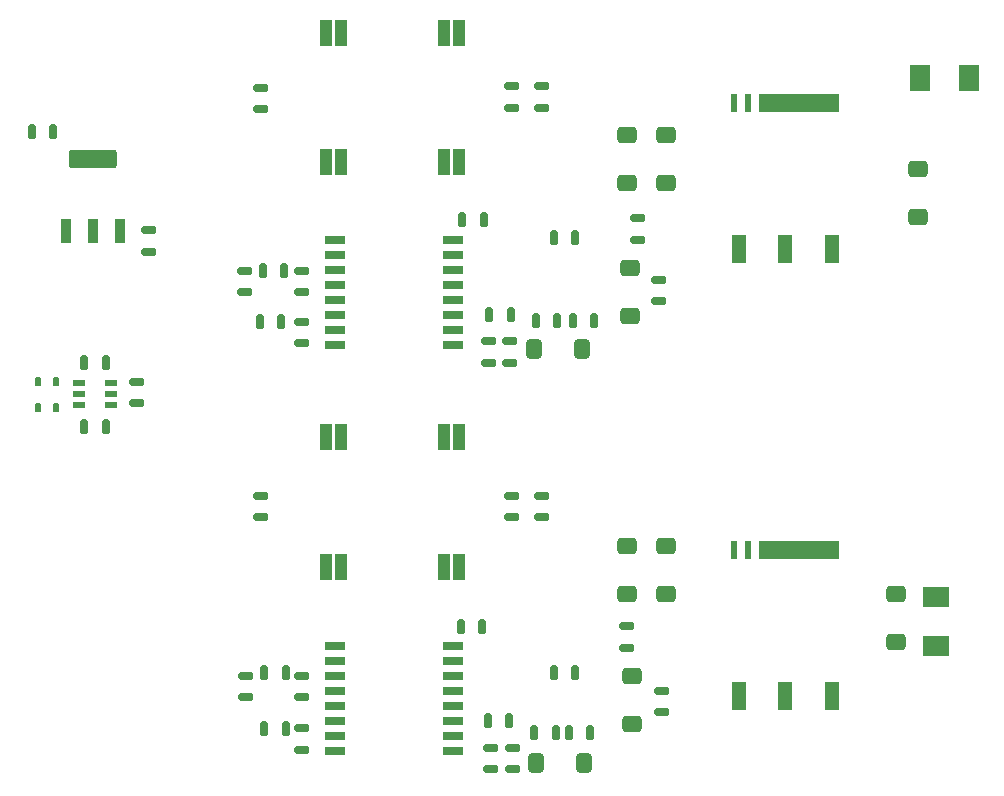
<source format=gtp>
G04*
G04 #@! TF.GenerationSoftware,Altium Limited,Altium Designer,23.2.1 (34)*
G04*
G04 Layer_Color=8421504*
%FSLAX25Y25*%
%MOIN*%
G70*
G04*
G04 #@! TF.SameCoordinates,7D5924AB-2F56-4A22-BAC2-9F5A3F461BF2*
G04*
G04*
G04 #@! TF.FilePolarity,Positive*
G04*
G01*
G75*
G04:AMPARAMS|DCode=17|XSize=50mil|YSize=24mil|CornerRadius=6mil|HoleSize=0mil|Usage=FLASHONLY|Rotation=180.000|XOffset=0mil|YOffset=0mil|HoleType=Round|Shape=RoundedRectangle|*
%AMROUNDEDRECTD17*
21,1,0.05000,0.01200,0,0,180.0*
21,1,0.03800,0.02400,0,0,180.0*
1,1,0.01200,-0.01900,0.00600*
1,1,0.01200,0.01900,0.00600*
1,1,0.01200,0.01900,-0.00600*
1,1,0.01200,-0.01900,-0.00600*
%
%ADD17ROUNDEDRECTD17*%
G04:AMPARAMS|DCode=18|XSize=55mil|YSize=65mil|CornerRadius=13.75mil|HoleSize=0mil|Usage=FLASHONLY|Rotation=90.000|XOffset=0mil|YOffset=0mil|HoleType=Round|Shape=RoundedRectangle|*
%AMROUNDEDRECTD18*
21,1,0.05500,0.03750,0,0,90.0*
21,1,0.02750,0.06500,0,0,90.0*
1,1,0.02750,0.01875,0.01375*
1,1,0.02750,0.01875,-0.01375*
1,1,0.02750,-0.01875,-0.01375*
1,1,0.02750,-0.01875,0.01375*
%
%ADD18ROUNDEDRECTD18*%
%ADD19R,0.26772X0.05906*%
%ADD20R,0.04724X0.09449*%
%ADD21R,0.02362X0.05906*%
%ADD22R,0.08504X0.07028*%
%ADD23R,0.07028X0.08504*%
%ADD24R,0.03937X0.09055*%
%ADD25R,0.07087X0.02559*%
G04:AMPARAMS|DCode=26|XSize=30mil|YSize=22mil|CornerRadius=5.5mil|HoleSize=0mil|Usage=FLASHONLY|Rotation=90.000|XOffset=0mil|YOffset=0mil|HoleType=Round|Shape=RoundedRectangle|*
%AMROUNDEDRECTD26*
21,1,0.03000,0.01100,0,0,90.0*
21,1,0.01900,0.02200,0,0,90.0*
1,1,0.01100,0.00550,0.00950*
1,1,0.01100,0.00550,-0.00950*
1,1,0.01100,-0.00550,-0.00950*
1,1,0.01100,-0.00550,0.00950*
%
%ADD26ROUNDEDRECTD26*%
G04:AMPARAMS|DCode=27|XSize=50mil|YSize=24mil|CornerRadius=6mil|HoleSize=0mil|Usage=FLASHONLY|Rotation=90.000|XOffset=0mil|YOffset=0mil|HoleType=Round|Shape=RoundedRectangle|*
%AMROUNDEDRECTD27*
21,1,0.05000,0.01200,0,0,90.0*
21,1,0.03800,0.02400,0,0,90.0*
1,1,0.01200,0.00600,0.01900*
1,1,0.01200,0.00600,-0.01900*
1,1,0.01200,-0.00600,-0.01900*
1,1,0.01200,-0.00600,0.01900*
%
%ADD27ROUNDEDRECTD27*%
G04:AMPARAMS|DCode=28|XSize=55mil|YSize=65mil|CornerRadius=13.75mil|HoleSize=0mil|Usage=FLASHONLY|Rotation=180.000|XOffset=0mil|YOffset=0mil|HoleType=Round|Shape=RoundedRectangle|*
%AMROUNDEDRECTD28*
21,1,0.05500,0.03750,0,0,180.0*
21,1,0.02750,0.06500,0,0,180.0*
1,1,0.02750,-0.01375,0.01875*
1,1,0.02750,0.01375,0.01875*
1,1,0.02750,0.01375,-0.01875*
1,1,0.02750,-0.01375,-0.01875*
%
%ADD28ROUNDEDRECTD28*%
%ADD29R,0.04134X0.02362*%
G04:AMPARAMS|DCode=30|XSize=36mil|YSize=80mil|CornerRadius=7.2mil|HoleSize=0mil|Usage=FLASHONLY|Rotation=180.000|XOffset=0mil|YOffset=0mil|HoleType=Round|Shape=RoundedRectangle|*
%AMROUNDEDRECTD30*
21,1,0.03600,0.06560,0,0,180.0*
21,1,0.02160,0.08000,0,0,180.0*
1,1,0.01440,-0.01080,0.03280*
1,1,0.01440,0.01080,0.03280*
1,1,0.01440,0.01080,-0.03280*
1,1,0.01440,-0.01080,-0.03280*
%
%ADD30ROUNDEDRECTD30*%
G04:AMPARAMS|DCode=31|XSize=160mil|YSize=60mil|CornerRadius=9mil|HoleSize=0mil|Usage=FLASHONLY|Rotation=180.000|XOffset=0mil|YOffset=0mil|HoleType=Round|Shape=RoundedRectangle|*
%AMROUNDEDRECTD31*
21,1,0.16000,0.04200,0,0,180.0*
21,1,0.14200,0.06000,0,0,180.0*
1,1,0.01800,-0.07100,0.02100*
1,1,0.01800,0.07100,0.02100*
1,1,0.01800,0.07100,-0.02100*
1,1,0.01800,-0.07100,-0.02100*
%
%ADD31ROUNDEDRECTD31*%
D17*
X390500Y955900D02*
D03*
Y963100D02*
D03*
X380500Y955900D02*
D03*
Y963100D02*
D03*
X390500Y819400D02*
D03*
Y826600D02*
D03*
X380500Y819400D02*
D03*
Y826600D02*
D03*
X430500Y754400D02*
D03*
Y761600D02*
D03*
X419000Y783100D02*
D03*
Y775900D02*
D03*
X373500Y735400D02*
D03*
Y742600D02*
D03*
X381000D02*
D03*
Y735400D02*
D03*
X292000Y766600D02*
D03*
Y759400D02*
D03*
X291500Y901600D02*
D03*
Y894400D02*
D03*
X310500Y741900D02*
D03*
Y749100D02*
D03*
Y759400D02*
D03*
Y766600D02*
D03*
X422500Y919100D02*
D03*
Y911900D02*
D03*
X429500Y891400D02*
D03*
Y898600D02*
D03*
X380000Y878100D02*
D03*
Y870900D02*
D03*
X373000D02*
D03*
Y878100D02*
D03*
X310500Y877400D02*
D03*
Y884600D02*
D03*
Y894400D02*
D03*
Y901600D02*
D03*
X297000Y826600D02*
D03*
Y819400D02*
D03*
Y962600D02*
D03*
Y955400D02*
D03*
X255500Y864600D02*
D03*
Y857400D02*
D03*
X259500Y915100D02*
D03*
Y907900D02*
D03*
D18*
X432000Y947000D02*
D03*
Y931000D02*
D03*
X419000Y947000D02*
D03*
Y931000D02*
D03*
X432000Y810000D02*
D03*
Y794000D02*
D03*
X419000Y810000D02*
D03*
Y794000D02*
D03*
X508500D02*
D03*
Y778000D02*
D03*
X516000Y935500D02*
D03*
Y919500D02*
D03*
X420500Y750500D02*
D03*
Y766500D02*
D03*
X420000Y886500D02*
D03*
Y902500D02*
D03*
D19*
X476224Y957417D02*
D03*
Y808425D02*
D03*
D20*
X487248Y908992D02*
D03*
X471500D02*
D03*
X456146D02*
D03*
Y760000D02*
D03*
X471500D02*
D03*
X487248D02*
D03*
D21*
X459295Y957417D02*
D03*
X454571D02*
D03*
Y808425D02*
D03*
X459295D02*
D03*
D22*
X522000Y792976D02*
D03*
Y776500D02*
D03*
D23*
X516524Y966000D02*
D03*
X533000D02*
D03*
D24*
X318630Y981000D02*
D03*
X323551D02*
D03*
X358000D02*
D03*
X362921D02*
D03*
Y937693D02*
D03*
X358000D02*
D03*
X323551D02*
D03*
X318630D02*
D03*
Y802847D02*
D03*
X323551D02*
D03*
X358000D02*
D03*
X362921D02*
D03*
Y846154D02*
D03*
X358000D02*
D03*
X323551D02*
D03*
X318630D02*
D03*
D25*
X361000Y877000D02*
D03*
Y882000D02*
D03*
Y887000D02*
D03*
Y892000D02*
D03*
Y897000D02*
D03*
Y902000D02*
D03*
Y907000D02*
D03*
Y912000D02*
D03*
X321630Y877000D02*
D03*
Y882000D02*
D03*
Y887000D02*
D03*
Y892000D02*
D03*
Y897000D02*
D03*
Y902000D02*
D03*
Y907000D02*
D03*
Y912000D02*
D03*
Y776500D02*
D03*
Y771500D02*
D03*
Y766500D02*
D03*
Y761500D02*
D03*
Y756500D02*
D03*
Y751500D02*
D03*
Y746500D02*
D03*
Y741500D02*
D03*
X361000Y776500D02*
D03*
Y771500D02*
D03*
Y766500D02*
D03*
Y761500D02*
D03*
Y756500D02*
D03*
Y751500D02*
D03*
Y746500D02*
D03*
Y741500D02*
D03*
D26*
X222500Y856000D02*
D03*
X228500D02*
D03*
Y864500D02*
D03*
X222500D02*
D03*
D27*
X220400Y948000D02*
D03*
X227600D02*
D03*
X394400Y767500D02*
D03*
X401600D02*
D03*
X406600Y747500D02*
D03*
X399400D02*
D03*
X387900D02*
D03*
X395100D02*
D03*
X408000Y885000D02*
D03*
X400800D02*
D03*
X379600Y751500D02*
D03*
X372400D02*
D03*
X370600Y783000D02*
D03*
X363400D02*
D03*
X297900Y749000D02*
D03*
X305100D02*
D03*
X297900Y767500D02*
D03*
X305100D02*
D03*
X394400Y912500D02*
D03*
X401600D02*
D03*
X380100Y887000D02*
D03*
X372900D02*
D03*
X388400Y885000D02*
D03*
X395600D02*
D03*
X371100Y918500D02*
D03*
X363900D02*
D03*
X296400Y884500D02*
D03*
X303600D02*
D03*
X304600Y901500D02*
D03*
X297400D02*
D03*
X237900Y849500D02*
D03*
X245100D02*
D03*
Y871000D02*
D03*
X237900D02*
D03*
D28*
X388500Y737500D02*
D03*
X404500D02*
D03*
X388000Y875500D02*
D03*
X404000D02*
D03*
D29*
X246815Y860500D02*
D03*
X236185Y864240D02*
D03*
Y860500D02*
D03*
Y856760D02*
D03*
X246815D02*
D03*
Y864240D02*
D03*
D30*
X231984Y915000D02*
D03*
X241000D02*
D03*
X250016D02*
D03*
D31*
X241000Y939000D02*
D03*
M02*

</source>
